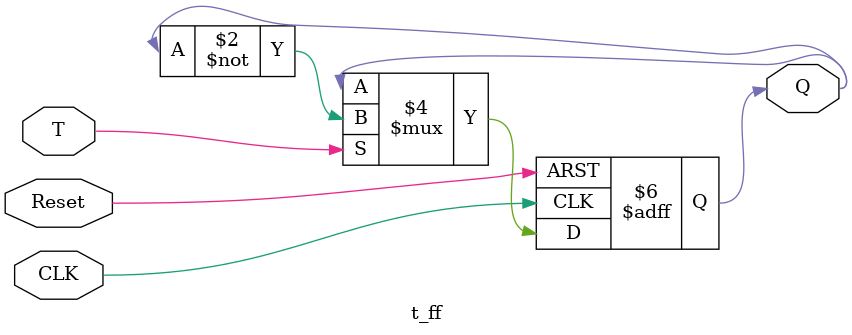
<source format=v>
module t_ff (
    input T, CLK, Reset,
    output reg Q
);

always @(posedge CLK or posedge Reset) begin
    if (Reset)
        Q <= 0;           // Reset clears the output
    else if (T)
        Q <= ~Q;          // Toggle when T = 1
    else
        Q <= Q;           // Hold when T = 0
end

endmodule

</source>
